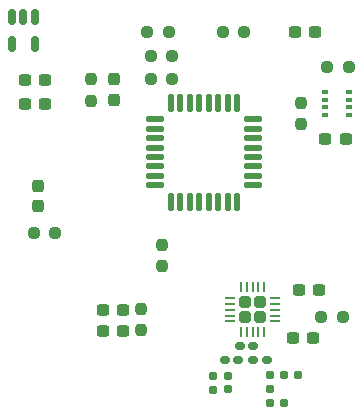
<source format=gbr>
%TF.GenerationSoftware,KiCad,Pcbnew,8.0.4*%
%TF.CreationDate,2024-11-27T18:51:44-06:00*%
%TF.ProjectId,TempReader_w_I2C.kicad_sch,54656d70-5265-4616-9465-725f775f4932,rev?*%
%TF.SameCoordinates,Original*%
%TF.FileFunction,Paste,Top*%
%TF.FilePolarity,Positive*%
%FSLAX46Y46*%
G04 Gerber Fmt 4.6, Leading zero omitted, Abs format (unit mm)*
G04 Created by KiCad (PCBNEW 8.0.4) date 2024-11-27 18:51:44*
%MOMM*%
%LPD*%
G01*
G04 APERTURE LIST*
G04 Aperture macros list*
%AMRoundRect*
0 Rectangle with rounded corners*
0 $1 Rounding radius*
0 $2 $3 $4 $5 $6 $7 $8 $9 X,Y pos of 4 corners*
0 Add a 4 corners polygon primitive as box body*
4,1,4,$2,$3,$4,$5,$6,$7,$8,$9,$2,$3,0*
0 Add four circle primitives for the rounded corners*
1,1,$1+$1,$2,$3*
1,1,$1+$1,$4,$5*
1,1,$1+$1,$6,$7*
1,1,$1+$1,$8,$9*
0 Add four rect primitives between the rounded corners*
20,1,$1+$1,$2,$3,$4,$5,0*
20,1,$1+$1,$4,$5,$6,$7,0*
20,1,$1+$1,$6,$7,$8,$9,0*
20,1,$1+$1,$8,$9,$2,$3,0*%
G04 Aperture macros list end*
%ADD10RoundRect,0.237500X0.237500X-0.300000X0.237500X0.300000X-0.237500X0.300000X-0.237500X-0.300000X0*%
%ADD11RoundRect,0.250000X-0.255000X0.255000X-0.255000X-0.255000X0.255000X-0.255000X0.255000X0.255000X0*%
%ADD12RoundRect,0.062500X-0.062500X0.350000X-0.062500X-0.350000X0.062500X-0.350000X0.062500X0.350000X0*%
%ADD13RoundRect,0.062500X-0.350000X0.062500X-0.350000X-0.062500X0.350000X-0.062500X0.350000X0.062500X0*%
%ADD14RoundRect,0.160000X0.222500X0.160000X-0.222500X0.160000X-0.222500X-0.160000X0.222500X-0.160000X0*%
%ADD15RoundRect,0.237500X-0.250000X-0.237500X0.250000X-0.237500X0.250000X0.237500X-0.250000X0.237500X0*%
%ADD16RoundRect,0.237500X0.300000X0.237500X-0.300000X0.237500X-0.300000X-0.237500X0.300000X-0.237500X0*%
%ADD17RoundRect,0.237500X0.250000X0.237500X-0.250000X0.237500X-0.250000X-0.237500X0.250000X-0.237500X0*%
%ADD18RoundRect,0.155000X0.155000X-0.212500X0.155000X0.212500X-0.155000X0.212500X-0.155000X-0.212500X0*%
%ADD19RoundRect,0.155000X-0.155000X0.212500X-0.155000X-0.212500X0.155000X-0.212500X0.155000X0.212500X0*%
%ADD20RoundRect,0.125000X-0.625000X-0.125000X0.625000X-0.125000X0.625000X0.125000X-0.625000X0.125000X0*%
%ADD21RoundRect,0.125000X-0.125000X-0.625000X0.125000X-0.625000X0.125000X0.625000X-0.125000X0.625000X0*%
%ADD22RoundRect,0.155000X-0.212500X-0.155000X0.212500X-0.155000X0.212500X0.155000X-0.212500X0.155000X0*%
%ADD23RoundRect,0.237500X-0.237500X0.250000X-0.237500X-0.250000X0.237500X-0.250000X0.237500X0.250000X0*%
%ADD24RoundRect,0.150000X-0.150000X0.512500X-0.150000X-0.512500X0.150000X-0.512500X0.150000X0.512500X0*%
%ADD25R,0.500000X0.350000*%
%ADD26RoundRect,0.160000X-0.222500X-0.160000X0.222500X-0.160000X0.222500X0.160000X-0.222500X0.160000X0*%
%ADD27RoundRect,0.237500X0.237500X-0.250000X0.237500X0.250000X-0.237500X0.250000X-0.237500X-0.250000X0*%
%ADD28RoundRect,0.237500X-0.237500X0.300000X-0.237500X-0.300000X0.237500X-0.300000X0.237500X0.300000X0*%
G04 APERTURE END LIST*
D10*
%TO.C,C9*%
X170000000Y-81725000D03*
X170000000Y-80000000D03*
%TD*%
D11*
%TO.C,NRF24L01+1*%
X182325000Y-98875000D03*
X181075000Y-98875000D03*
X182325000Y-100125000D03*
X181075000Y-100125000D03*
D12*
X182700000Y-97562500D03*
X182200000Y-97562500D03*
X181700000Y-97562500D03*
X181200000Y-97562500D03*
X180700000Y-97562500D03*
D13*
X179762500Y-98500000D03*
X179762500Y-99000000D03*
X179762500Y-99500000D03*
X179762500Y-100000000D03*
X179762500Y-100500000D03*
D12*
X180700000Y-101437500D03*
X181200000Y-101437500D03*
X181700000Y-101437500D03*
X182200000Y-101437500D03*
X182700000Y-101437500D03*
D13*
X183637500Y-100500000D03*
X183637500Y-100000000D03*
X183637500Y-99500000D03*
X183637500Y-99000000D03*
X183637500Y-98500000D03*
%TD*%
D14*
%TO.C,L2*%
X180475000Y-103740000D03*
X179330000Y-103740000D03*
%TD*%
D15*
%TO.C,R1*%
X187500000Y-100125000D03*
X189325000Y-100125000D03*
%TD*%
D16*
%TO.C,C4*%
X189600000Y-85087500D03*
X187875000Y-85087500D03*
%TD*%
D17*
%TO.C,R5*%
X174912500Y-80000000D03*
X173087500Y-80000000D03*
%TD*%
D16*
%TO.C,C1*%
X164125000Y-82075000D03*
X162400000Y-82075000D03*
%TD*%
%TO.C,C3*%
X186825000Y-101925000D03*
X185100000Y-101925000D03*
%TD*%
D18*
%TO.C,C11*%
X178360000Y-106295000D03*
X178360000Y-105160000D03*
%TD*%
D19*
%TO.C,C5*%
X183200000Y-105050000D03*
X183200000Y-106185000D03*
%TD*%
D16*
%TO.C,C13*%
X187325000Y-97875000D03*
X185600000Y-97875000D03*
%TD*%
D15*
%TO.C,R9*%
X172795000Y-76000000D03*
X174620000Y-76000000D03*
%TD*%
D20*
%TO.C,STM32F030R8*%
X173425000Y-83375000D03*
X173425000Y-84175000D03*
X173425000Y-84975000D03*
X173425000Y-85775000D03*
X173425000Y-86575000D03*
X173425000Y-87375000D03*
X173425000Y-88175000D03*
X173425000Y-88975000D03*
D21*
X174800000Y-90350000D03*
X175600000Y-90350000D03*
X176400000Y-90350000D03*
X177200000Y-90350000D03*
X178000000Y-90350000D03*
X178800000Y-90350000D03*
X179600000Y-90350000D03*
X180400000Y-90350000D03*
D20*
X181775000Y-88975000D03*
X181775000Y-88175000D03*
X181775000Y-87375000D03*
X181775000Y-86575000D03*
X181775000Y-85775000D03*
X181775000Y-84975000D03*
X181775000Y-84175000D03*
X181775000Y-83375000D03*
D21*
X180400000Y-82000000D03*
X179600000Y-82000000D03*
X178800000Y-82000000D03*
X178000000Y-82000000D03*
X177200000Y-82000000D03*
X176400000Y-82000000D03*
X175600000Y-82000000D03*
X174800000Y-82000000D03*
%TD*%
D16*
%TO.C,C2*%
X164125000Y-80075000D03*
X162400000Y-80075000D03*
%TD*%
D22*
%TO.C,C6*%
X183205000Y-107440000D03*
X184340000Y-107440000D03*
%TD*%
D16*
%TO.C,C8*%
X187000000Y-76000000D03*
X185275000Y-76000000D03*
%TD*%
D18*
%TO.C,C10*%
X179590000Y-106245000D03*
X179590000Y-105110000D03*
%TD*%
D15*
%TO.C,R4*%
X173087500Y-78000000D03*
X174912500Y-78000000D03*
%TD*%
D23*
%TO.C,R3*%
X168000000Y-80000000D03*
X168000000Y-81825000D03*
%TD*%
D24*
%TO.C,U5*%
X163250000Y-74750000D03*
X162300000Y-74750000D03*
X161350000Y-74750000D03*
X161350000Y-77025000D03*
X163250000Y-77025000D03*
%TD*%
D14*
%TO.C,L3*%
X182905000Y-103730000D03*
X181760000Y-103730000D03*
%TD*%
D25*
%TO.C,BME280*%
X187825000Y-83037500D03*
X187825000Y-82387500D03*
X187825000Y-81737500D03*
X187825000Y-81087500D03*
X189875000Y-81087500D03*
X189875000Y-81737500D03*
X189875000Y-82387500D03*
X189875000Y-83037500D03*
%TD*%
D26*
%TO.C,L1*%
X180620000Y-102620000D03*
X181765000Y-102620000D03*
%TD*%
D17*
%TO.C,R11*%
X165000000Y-93000000D03*
X163175000Y-93000000D03*
%TD*%
D22*
%TO.C,C12*%
X184385000Y-105060000D03*
X185520000Y-105060000D03*
%TD*%
D27*
%TO.C,R7*%
X185825000Y-83825000D03*
X185825000Y-82000000D03*
%TD*%
D23*
%TO.C,R8*%
X174000000Y-94000000D03*
X174000000Y-95825000D03*
%TD*%
%TO.C,R2*%
X172280000Y-99435000D03*
X172280000Y-101260000D03*
%TD*%
D17*
%TO.C,R6*%
X189825000Y-79000000D03*
X188000000Y-79000000D03*
%TD*%
D16*
%TO.C,C15*%
X170750000Y-101340000D03*
X169025000Y-101340000D03*
%TD*%
%TO.C,C14*%
X170750000Y-99500000D03*
X169025000Y-99500000D03*
%TD*%
D28*
%TO.C,C7*%
X163500000Y-89000000D03*
X163500000Y-90725000D03*
%TD*%
D17*
%TO.C,R10*%
X181000000Y-76000000D03*
X179175000Y-76000000D03*
%TD*%
M02*

</source>
